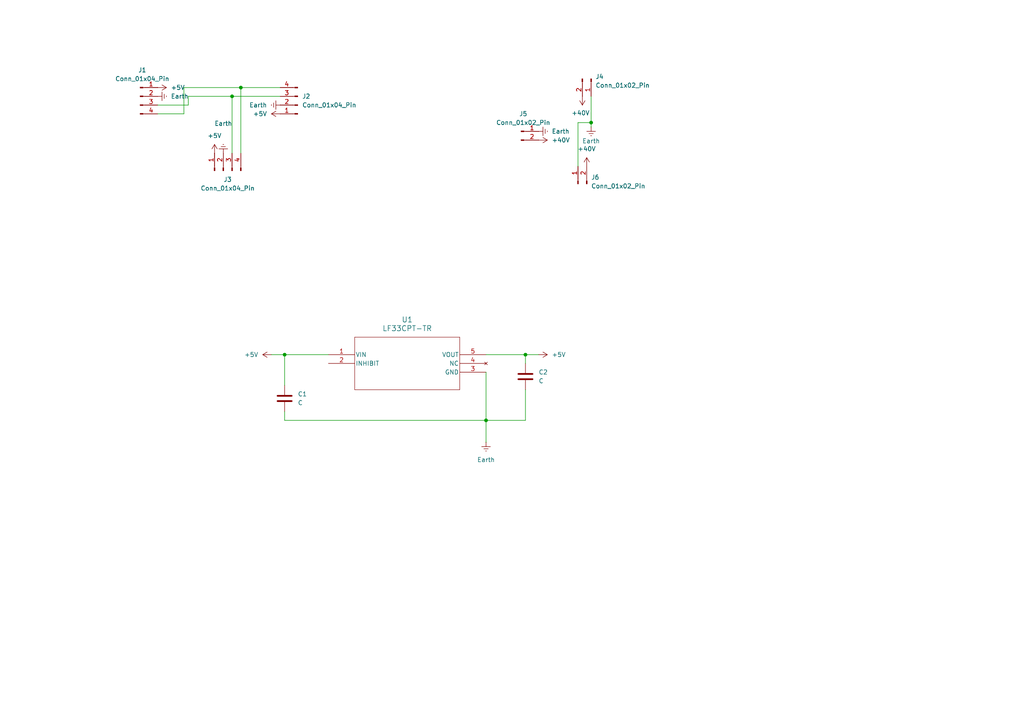
<source format=kicad_sch>
(kicad_sch (version 20231120) (generator "eeschema") (generator_version "8.0")
  (paper "A4")
  (lib_symbols
    (symbol "Connector:Conn_01x02_Pin" (pin_names (offset 1.016) hide)
      (property "Reference" "J" (at 0 2.54 0))
      (property "Value" "Conn_01x02_Pin" (at 0 -5.08 0))
      (symbol "Conn_01x02_Pin_1_1"
        (polyline (pts (xy 1.27 -2.54) (xy 0.8636 -2.54)) (stroke (width 0.1524)))
        (polyline (pts (xy 1.27 0) (xy 0.8636 0)) (stroke (width 0.1524)))
        (rectangle (start 0.8636 -2.413) (end 0 -2.667) (stroke (width 0.1524)) (fill (type outline)))
        (rectangle (start 0.8636 0.127) (end 0 -0.127) (stroke (width 0.1524)) (fill (type outline)))
        (pin passive line (at 5.08 0 180) (length 3.81) (name "Pin_1") (number "1"))
        (pin passive line (at 5.08 -2.54 180) (length 3.81) (name "Pin_2") (number "2"))
      )
    )
    (symbol "Connector:Conn_01x04_Pin" (pin_names (offset 1.016) hide)
      (property "Reference" "J" (at 0 5.08 0))
      (property "Value" "Conn_01x04_Pin" (at 0 -7.62 0))
      (symbol "Conn_01x04_Pin_1_1"
        (polyline (pts (xy 1.27 -5.08) (xy 0.8636 -5.08)) (stroke (width 0.1524)))
        (polyline (pts (xy 1.27 -2.54) (xy 0.8636 -2.54)) (stroke (width 0.1524)))
        (polyline (pts (xy 1.27 0) (xy 0.8636 0)) (stroke (width 0.1524)))
        (polyline (pts (xy 1.27 2.54) (xy 0.8636 2.54)) (stroke (width 0.1524)))
        (rectangle (start 0.8636 -4.953) (end 0 -5.207) (stroke (width 0.1524)) (fill (type outline)))
        (rectangle (start 0.8636 -2.413) (end 0 -2.667) (stroke (width 0.1524)) (fill (type outline)))
        (rectangle (start 0.8636 0.127) (end 0 -0.127) (stroke (width 0.1524)) (fill (type outline)))
        (rectangle (start 0.8636 2.667) (end 0 2.413) (stroke (width 0.1524)) (fill (type outline)))
        (pin passive line (at 5.08 2.54 180) (length 3.81) (name "Pin_1") (number "1"))
        (pin passive line (at 5.08 0 180) (length 3.81) (name "Pin_2") (number "2"))
        (pin passive line (at 5.08 -2.54 180) (length 3.81) (name "Pin_3") (number "3"))
        (pin passive line (at 5.08 -5.08 180) (length 3.81) (name "Pin_4") (number "4"))
      )
    )
    (symbol "Device:C" (pin_numbers hide) (pin_names (offset 0.254))
      (property "Reference" "C" (at 0.635 2.54 0))
      (property "Value" "C" (at 0.635 -2.54 0))
      (symbol "C_0_1"
        (polyline (pts (xy -2.032 -0.762) (xy 2.032 -0.762)) (stroke (width 0.508)))
        (polyline (pts (xy -2.032 0.762) (xy 2.032 0.762)) (stroke (width 0.508)))
      )
      (symbol "C_1_1"
        (pin passive line (at 0 3.81 270) (length 2.794) (name "~") (number "1"))
        (pin passive line (at 0 -3.81 90) (length 2.794) (name "~") (number "2"))
      )
    )
    (symbol "LF33CPT-TR:LF33CPT-TR" (pin_names (offset 0.254))
      (property "Reference" "U" (at 22.86 10.16 0))
      (property "Value" "LF33CPT-TR" (at 22.86 7.62 0))
      (symbol "LF33CPT-TR_0_1"
        (polyline (pts (xy 7.62 -10.16) (xy 38.1 -10.16)) (stroke (width 0.127)))
        (polyline (pts (xy 7.62 5.08) (xy 7.62 -10.16)) (stroke (width 0.127)))
        (polyline (pts (xy 38.1 -10.16) (xy 38.1 5.08)) (stroke (width 0.127)))
        (polyline (pts (xy 38.1 5.08) (xy 7.62 5.08)) (stroke (width 0.127)))
        (pin unspecified line (at 0 0 0) (length 7.62) (name "VIN") (number "1"))
        (pin input line (at 0 -2.54 0) (length 7.62) (name "INHIBIT") (number "2"))
        (pin power_out line (at 45.72 -5.08 180) (length 7.62) (name "GND") (number "3"))
        (pin no_connect line (at 45.72 -2.54 180) (length 7.62) (name "NC") (number "4"))
        (pin output line (at 45.72 0 180) (length 7.62) (name "VOUT") (number "5"))
      )
    )
    (symbol "power:+4V" (power) (pin_numbers hide) (pin_names (offset 0) hide)
      (property "Value" "+4V" (at 0 3.556 0))
      (symbol "+4V_0_1"
        (polyline (pts (xy -0.762 1.27) (xy 0 2.54)))
        (polyline (pts (xy 0 0) (xy 0 2.54)))
        (polyline (pts (xy 0 2.54) (xy 0.762 1.27)))
      )
      (symbol "+4V_1_1"
        (pin power_in line (at 0 0 90) (length 0) (name "~") (number "1"))
      )
    )
    (symbol "power:+5V" (power) (pin_numbers hide) (pin_names (offset 0) hide)
      (property "Value" "+5V" (at 0 3.556 0))
      (symbol "+5V_0_1"
        (polyline (pts (xy -0.762 1.27) (xy 0 2.54)))
        (polyline (pts (xy 0 0) (xy 0 2.54)))
        (polyline (pts (xy 0 2.54) (xy 0.762 1.27)))
      )
      (symbol "+5V_1_1"
        (pin power_in line (at 0 0 90) (length 0) (name "~") (number "1"))
      )
    )
    (symbol "power:Earth" (power) (pin_numbers hide) (pin_names (offset 0) hide)
      (property "Value" "Earth" (at 0 -3.81 0))
      (symbol "Earth_0_1"
        (polyline (pts (xy -0.635 -1.905) (xy 0.635 -1.905)))
        (polyline (pts (xy -0.127 -2.54) (xy 0.127 -2.54)))
        (polyline (pts (xy 0 -1.27) (xy 0 0)))
        (polyline (pts (xy 1.27 -1.27) (xy -1.27 -1.27)))
      )
      (symbol "Earth_1_1"
        (pin power_in line (at 0 0 270) (length 0) (name "~") (number "1"))
      )
    )
  )
  (junction (at 69.85 25.4))
  (junction (at 67.31 27.94))
  (junction (at 140.97 121.92))
  (junction (at 82.55 102.87))
  (junction (at 171.45 35.56))
  (junction (at 152.4 102.87))
  (wire (pts (xy 67.31 27.94) (xy 81.28 27.94)))
  (wire (pts (xy 67.31 27.94) (xy 67.31 44.45)))
  (wire (pts (xy 54.61 27.94) (xy 67.31 27.94)))
  (wire (pts (xy 152.4 102.87) (xy 156.21 102.87)))
  (wire (pts (xy 171.45 27.94) (xy 171.45 35.56)))
  (wire (pts (xy 152.4 102.87) (xy 152.4 105.41)))
  (wire (pts (xy 152.4 121.92) (xy 140.97 121.92)))
  (wire (pts (xy 69.85 25.4) (xy 69.85 44.45)))
  (wire (pts (xy 167.64 35.56) (xy 171.45 35.56)))
  (wire (pts (xy 140.97 121.92) (xy 140.97 128.27)))
  (wire (pts (xy 82.55 102.87) (xy 82.55 111.76)))
  (wire (pts (xy 45.72 33.02) (xy 53.34 33.02)))
  (wire (pts (xy 140.97 121.92) (xy 82.55 121.92)))
  (wire (pts (xy 78.74 102.87) (xy 82.55 102.87)))
  (wire (pts (xy 69.85 25.4) (xy 81.28 25.4)))
  (wire (pts (xy 82.55 121.92) (xy 82.55 119.38)))
  (wire (pts (xy 53.34 25.4) (xy 69.85 25.4)))
  (wire (pts (xy 171.45 35.56) (xy 171.45 36.83)))
  (wire (pts (xy 152.4 113.03) (xy 152.4 121.92)))
  (wire (pts (xy 53.34 33.02) (xy 53.34 25.4)))
  (wire (pts (xy 82.55 102.87) (xy 95.25 102.87)))
  (wire (pts (xy 45.72 30.48) (xy 54.61 30.48)))
  (wire (pts (xy 140.97 102.87) (xy 152.4 102.87)))
  (wire (pts (xy 54.61 30.48) (xy 54.61 27.94)))
  (wire (pts (xy 167.64 48.26) (xy 167.64 35.56)))
  (wire (pts (xy 140.97 107.95) (xy 140.97 121.92)))
  (symbol (lib_id "power:+4V") (at 168.91 27.94 180) (unit 1)
    (property "Reference" "#PWR011" (effects (hide yes)))
    (property "Value" "+40V" (at 168.402 32.766 0))
    (property "Description" "Power symbol creates a global label with name \"+4V\"" (effects (hide yes)))
  )
  (symbol (lib_id "power:+5V") (at 45.72 25.4 270) (unit 1)
    (property "Reference" "#PWR07" (effects (hide yes)))
    (property "Value" "+5V" (at 49.53 25.3999 90) (effects (justify left)))
    (property "Description" "Power symbol creates a global label with name \"+5V\"" (effects (hide yes)))
  )
  (symbol (lib_id "Connector:Conn_01x04_Pin") (at 40.64 27.94 0) (unit 1)
    (property "Reference" "J1" (at 41.275 20.32 0))
    (property "Value" "Conn_01x04_Pin" (at 41.275 22.86 0))
    (property "Description" "Generic connector, single row, 01x04, script generated" (effects (hide yes)))
  )
  (symbol (lib_id "power:+5V") (at 78.74 102.87 90) (unit 1)
    (property "Reference" "#PWR012" (effects (hide yes)))
    (property "Value" "+5V" (at 74.93 102.8699 90) (effects (justify left)))
    (property "Description" "Power symbol creates a global label with name \"+5V\"" (effects (hide yes)))
  )
  (symbol (lib_id "power:+5V") (at 156.21 102.87 270) (unit 1)
    (property "Reference" "#PWR013" (effects (hide yes)))
    (property "Value" "+5V" (at 160.02 102.8699 90) (effects (justify left)))
    (property "Description" "Power symbol creates a global label with name \"+5V\"" (effects (hide yes)))
  )
  (symbol (lib_id "Device:C") (at 152.4 109.22 0) (unit 1)
    (property "Reference" "C2" (at 156.21 107.9499 0) (effects (justify left)))
    (property "Value" "C" (at 156.21 110.4899 0) (effects (justify left)))
    (property "Description" "Unpolarized capacitor" (effects (hide yes)))
  )
  (symbol (lib_id "power:+4V") (at 170.18 48.26 0) (unit 1)
    (property "Reference" "#PWR09" (effects (hide yes)))
    (property "Value" "+40V" (at 170.18 43.18 0))
    (property "Description" "Power symbol creates a global label with name \"+4V\"" (effects (hide yes)))
  )
  (symbol (lib_id "power:Earth") (at 81.28 30.48 270) (unit 1)
    (property "Reference" "#PWR02" (effects (hide yes)))
    (property "Value" "Earth" (at 77.47 30.4799 90) (effects (justify right)))
    (property "Description" "Power symbol creates a global label with name \"Earth\"" (effects (hide yes)))
  )
  (symbol (lib_id "power:+5V") (at 62.23 44.45 0) (unit 1)
    (property "Reference" "#PWR06" (effects (hide yes)))
    (property "Value" "+5V" (at 62.23 39.37 0))
    (property "Description" "Power symbol creates a global label with name \"+5V\"" (effects (hide yes)))
  )
  (symbol (lib_id "power:Earth") (at 64.77 44.45 180) (unit 1)
    (property "Reference" "#PWR03" (effects (hide yes)))
    (property "Value" "Earth" (at 64.77 35.814 0))
    (property "Description" "Power symbol creates a global label with name \"Earth\"" (effects (hide yes)))
  )
  (symbol (lib_id "LF33CPT-TR:LF33CPT-TR") (at 95.25 102.87 0) (unit 1)
    (property "Reference" "U1" (at 118.11 92.71 0) (effects (font (size 1.524 1.524))))
    (property "Value" "LF33CPT-TR" (at 118.11 95.25 0) (effects (font (size 1.524 1.524))))
    (property "Footprint" "PPAK_CPT-TR_STM" (effects (hide yes)))
    (property "Datasheet" "LF33CPT-TR" (effects (hide yes)))
  )
  (symbol (lib_id "power:Earth") (at 140.97 128.27 0) (unit 1)
    (property "Reference" "#PWR014" (effects (hide yes)))
    (property "Value" "Earth" (at 140.97 133.35 0))
    (property "Description" "Power symbol creates a global label with name \"Earth\"" (effects (hide yes)))
  )
  (symbol (lib_id "Connector:Conn_01x04_Pin") (at 86.36 30.48 180) (unit 1)
    (property "Reference" "J2" (at 87.63 27.9399 0) (effects (justify right)))
    (property "Value" "Conn_01x04_Pin" (at 87.63 30.4799 0) (effects (justify right)))
    (property "Description" "Generic connector, single row, 01x04, script generated" (effects (hide yes)))
  )
  (symbol (lib_id "Connector:Conn_01x02_Pin") (at 171.45 22.86 270) (unit 1)
    (property "Reference" "J4" (at 172.72 22.2249 90) (effects (justify left)))
    (property "Value" "Conn_01x02_Pin" (at 172.72 24.7649 90) (effects (justify left)))
    (property "Footprint" "Connector_AMASS:AMASS_XT60PW-M_1x02_P7.20mm_Horizontal" (effects (hide yes)))
    (property "Description" "Generic connector, single row, 01x02, script generated" (effects (hide yes)))
  )
  (symbol (lib_id "Connector:Conn_01x04_Pin") (at 64.77 49.53 90) (unit 1)
    (property "Reference" "J3" (at 66.04 52.07 90))
    (property "Value" "Conn_01x04_Pin" (at 66.04 54.61 90))
    (property "Description" "Generic connector, single row, 01x04, script generated" (effects (hide yes)))
  )
  (symbol (lib_id "Connector:Conn_01x02_Pin") (at 167.64 53.34 90) (unit 1)
    (property "Reference" "J6" (at 171.45 51.4349 90) (effects (justify right)))
    (property "Value" "Conn_01x02_Pin" (at 171.45 53.9749 90) (effects (justify right)))
    (property "Footprint" "Connector_AMASS:AMASS_XT60PW-M_1x02_P7.20mm_Horizontal" (effects (hide yes)))
    (property "Description" "Generic connector, single row, 01x02, script generated" (effects (hide yes)))
  )
  (symbol (lib_id "power:Earth") (at 45.72 27.94 90) (unit 1)
    (property "Reference" "#PWR01" (effects (hide yes)))
    (property "Value" "Earth" (at 49.53 27.9399 90) (effects (justify right)))
    (property "Description" "Power symbol creates a global label with name \"Earth\"" (effects (hide yes)))
  )
  (symbol (lib_id "Connector:Conn_01x02_Pin") (at 151.13 38.1 0) (unit 1)
    (property "Reference" "J5" (at 151.765 33.02 0))
    (property "Value" "Conn_01x02_Pin" (at 151.765 35.56 0))
    (property "Footprint" "Connector_AMASS:AMASS_XT60PW-M_1x02_P7.20mm_Horizontal" (effects (hide yes)))
    (property "Description" "Generic connector, single row, 01x02, script generated" (effects (hide yes)))
  )
  (symbol (lib_id "power:+4V") (at 156.21 40.64 270) (unit 1)
    (property "Reference" "#PWR010" (effects (hide yes)))
    (property "Value" "+40V" (at 160.02 40.6399 90) (effects (justify left)))
    (property "Description" "Power symbol creates a global label with name \"+4V\"" (effects (hide yes)))
  )
  (symbol (lib_id "power:Earth") (at 171.45 36.83 0) (unit 1)
    (property "Reference" "#PWR04" (effects (hide yes)))
    (property "Value" "Earth" (at 171.45 40.894 0))
    (property "Description" "Power symbol creates a global label with name \"Earth\"" (effects (hide yes)))
  )
  (symbol (lib_id "power:+5V") (at 81.28 33.02 90) (unit 1)
    (property "Reference" "#PWR08" (effects (hide yes)))
    (property "Value" "+5V" (at 77.47 33.0199 90) (effects (justify left)))
    (property "Description" "Power symbol creates a global label with name \"+5V\"" (effects (hide yes)))
  )
  (symbol (lib_id "Device:C") (at 82.55 115.57 0) (unit 1)
    (property "Reference" "C1" (at 86.36 114.2999 0) (effects (justify left)))
    (property "Value" "C" (at 86.36 116.8399 0) (effects (justify left)))
    (property "Description" "Unpolarized capacitor" (effects (hide yes)))
  )
  (symbol (lib_id "power:Earth") (at 156.21 38.1 90) (unit 1)
    (property "Reference" "#PWR05" (effects (hide yes)))
    (property "Value" "Earth" (at 160.02 38.0999 90) (effects (justify right)))
    (property "Description" "Power symbol creates a global label with name \"Earth\"" (effects (hide yes)))
  )
)
</source>
